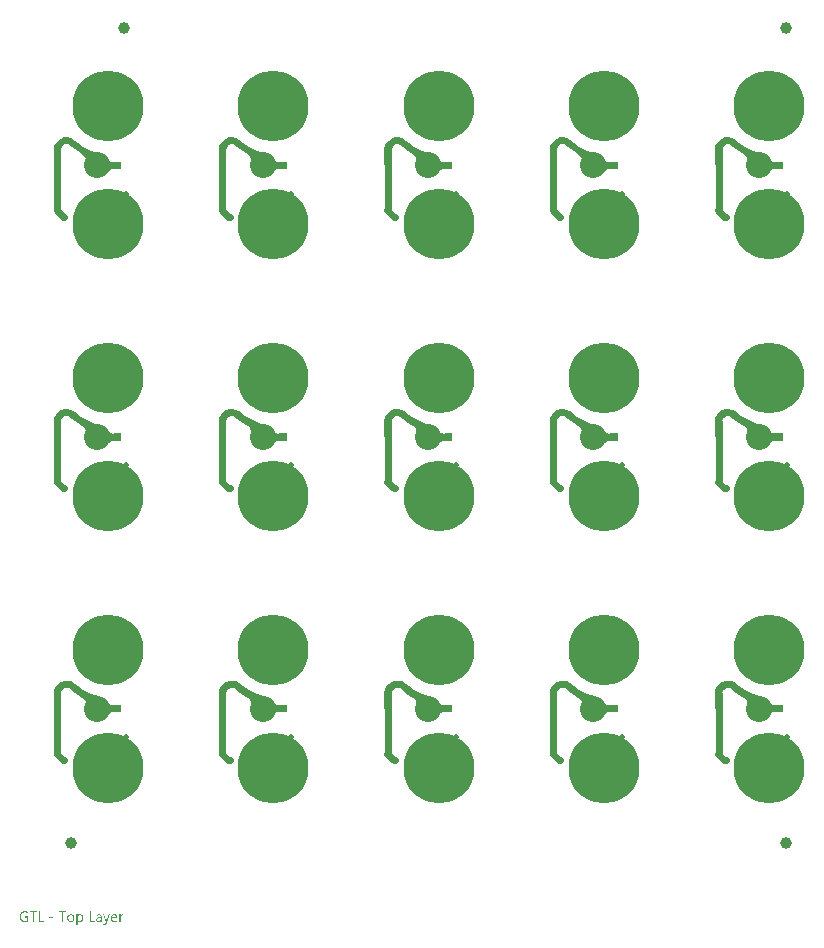
<source format=gtl>
G04*
G04 #@! TF.GenerationSoftware,Altium Limited,Altium Designer,22.11.1 (43)*
G04*
G04 Layer_Physical_Order=1*
G04 Layer_Color=255*
%FSLAX44Y44*%
%MOMM*%
G71*
G04*
G04 #@! TF.SameCoordinates,A5472EDE-B7E4-43DC-9BD9-ACA13087276E*
G04*
G04*
G04 #@! TF.FilePolarity,Positive*
G04*
G01*
G75*
%ADD10C,2.2000*%
%ADD11C,0.6000*%
%ADD12C,1.0000*%
%ADD13C,0.5000*%
%ADD14C,6.0000*%
G36*
X624761Y637194D02*
X627398Y635829D01*
X628557Y634896D01*
X628573Y634881D01*
X630606Y632966D01*
X635164Y629739D01*
X640126Y627176D01*
X645396Y625327D01*
X648134Y624778D01*
X649069Y624497D01*
X649069Y624497D01*
X650164Y624221D01*
X652236Y623331D01*
X654075Y622027D01*
X655601Y620367D01*
X656224Y619425D01*
X656595Y618794D01*
X657668Y617798D01*
X658981Y617150D01*
X660425Y616906D01*
X661151Y616996D01*
X667493Y616996D01*
X667493Y611004D01*
X660965Y611004D01*
X660259Y611066D01*
X658867Y610794D01*
X657606Y610146D01*
X656574Y609173D01*
X656214Y608563D01*
X656214Y608563D01*
X655914Y608119D01*
X636923Y610552D01*
X636751Y610947D01*
X636317Y613515D01*
X636516Y616111D01*
X636852Y617372D01*
X636915Y617563D01*
X637011Y617953D01*
X637075Y618349D01*
X637107Y618749D01*
X637107Y618950D01*
X637107Y619654D01*
X636719Y621007D01*
X635972Y622200D01*
X634926Y623141D01*
X634293Y623449D01*
X632977Y624182D01*
X630419Y625775D01*
X627972Y627532D01*
X625644Y629445D01*
X624529Y630458D01*
X623796Y631146D01*
X621913Y631848D01*
X619904Y631769D01*
X618082Y630921D01*
X617405Y630178D01*
X617070Y629831D01*
X616545Y629023D01*
X616183Y628129D01*
X615999Y627182D01*
X615999Y626700D01*
X615999Y626700D01*
X615999Y626700D01*
X615999Y626700D01*
X615999Y613232D01*
X610002Y614000D01*
X610002Y628505D01*
X610033Y628673D01*
X610393Y630117D01*
X611672Y632797D01*
X613613Y635044D01*
X616078Y636699D01*
X618893Y637645D01*
X621857Y637813D01*
X624761Y637194D01*
X624761Y637194D02*
G37*
G36*
X484760Y637194D02*
X487397Y635829D01*
X488556Y634896D01*
X488573Y634881D01*
X490605Y632966D01*
X495163Y629739D01*
X500125Y627176D01*
X505395Y625327D01*
X508133Y624778D01*
X509069Y624497D01*
X509069Y624497D01*
X510163Y624221D01*
X512235Y623331D01*
X514075Y622027D01*
X515600Y620367D01*
X516223Y619425D01*
X516594Y618794D01*
X517667Y617798D01*
X518980Y617150D01*
X520424Y616906D01*
X521151Y616996D01*
X527492Y616996D01*
X527492Y611004D01*
X520964Y611004D01*
X520258Y611066D01*
X518866Y610794D01*
X517605Y610146D01*
X516573Y609173D01*
X516213Y608563D01*
X516213Y608563D01*
X515913Y608119D01*
X496922Y610552D01*
X496750Y610947D01*
X496316Y613515D01*
X496516Y616111D01*
X496851Y617372D01*
X496914Y617563D01*
X497010Y617953D01*
X497074Y618349D01*
X497106Y618749D01*
X497106Y618950D01*
X497106Y619654D01*
X496718Y621007D01*
X495972Y622200D01*
X494925Y623141D01*
X494292Y623449D01*
X492976Y624182D01*
X490419Y625775D01*
X487971Y627532D01*
X485644Y629445D01*
X484528Y630458D01*
X483795Y631146D01*
X481912Y631848D01*
X479903Y631769D01*
X478081Y630921D01*
X477405Y630178D01*
X477070Y629831D01*
X476544Y629023D01*
X476183Y628129D01*
X475998Y627182D01*
X475998Y626700D01*
X475998Y626700D01*
X475998Y626700D01*
X475998Y626700D01*
X475998Y613232D01*
X470002Y614000D01*
X470002Y628505D01*
X470032Y628673D01*
X470393Y630117D01*
X471671Y632797D01*
X473612Y635044D01*
X476077Y636699D01*
X478892Y637645D01*
X481856Y637813D01*
X484760Y637194D01*
X484760Y637194D02*
G37*
G36*
X344760Y637194D02*
X347397Y635829D01*
X348556Y634896D01*
X348572Y634881D01*
X350605Y632966D01*
X355163Y629739D01*
X360125Y627176D01*
X365395Y625327D01*
X368133Y624778D01*
X369068Y624497D01*
X369068Y624497D01*
X370163Y624221D01*
X372235Y623331D01*
X374074Y622027D01*
X375600Y620367D01*
X376222Y619425D01*
X376594Y618794D01*
X377667Y617798D01*
X378980Y617150D01*
X380424Y616906D01*
X381150Y616996D01*
X387492Y616996D01*
X387492Y611004D01*
X380964Y611004D01*
X380257Y611066D01*
X378866Y610794D01*
X377605Y610146D01*
X376573Y609173D01*
X376213Y608563D01*
X376213Y608563D01*
X375913Y608119D01*
X356922Y610552D01*
X356750Y610947D01*
X356316Y613515D01*
X356515Y616111D01*
X356851Y617372D01*
X356914Y617563D01*
X357010Y617953D01*
X357074Y618349D01*
X357106Y618749D01*
X357106Y618950D01*
X357106Y619654D01*
X356718Y621007D01*
X355971Y622200D01*
X354925Y623141D01*
X354292Y623449D01*
X352976Y624182D01*
X350418Y625775D01*
X347971Y627532D01*
X345643Y629445D01*
X344528Y630458D01*
X343795Y631146D01*
X341912Y631848D01*
X339903Y631769D01*
X338081Y630921D01*
X337404Y630178D01*
X337069Y629831D01*
X336544Y629023D01*
X336182Y628129D01*
X335998Y627182D01*
X335998Y626700D01*
X335998Y626700D01*
X335998Y626700D01*
X335998Y626700D01*
X335998Y613232D01*
X330001Y614000D01*
X330001Y628505D01*
X330032Y628673D01*
X330392Y630117D01*
X331671Y632797D01*
X333611Y635044D01*
X336077Y636699D01*
X338891Y637645D01*
X341856Y637813D01*
X344760Y637194D01*
X344760Y637194D02*
G37*
G36*
X204759Y637194D02*
X207396Y635829D01*
X208555Y634896D01*
X208571Y634881D01*
X210604Y632966D01*
X215162Y629739D01*
X220124Y627176D01*
X225394Y625327D01*
X228132Y624778D01*
X229068Y624497D01*
X229067Y624497D01*
X230162Y624221D01*
X232234Y623331D01*
X234074Y622027D01*
X235599Y620367D01*
X236222Y619425D01*
X236593Y618794D01*
X237666Y617798D01*
X238979Y617150D01*
X240423Y616906D01*
X241150Y616996D01*
X247491Y616996D01*
X247491Y611004D01*
X240963Y611004D01*
X240257Y611066D01*
X238865Y610794D01*
X237604Y610146D01*
X236572Y609173D01*
X236212Y608563D01*
X236212Y608563D01*
X235912Y608119D01*
X216921Y610552D01*
X216749Y610947D01*
X216315Y613515D01*
X216515Y616111D01*
X216850Y617372D01*
X216913Y617563D01*
X217009Y617953D01*
X217073Y618349D01*
X217105Y618749D01*
X217105Y618950D01*
X217105Y619654D01*
X216717Y621007D01*
X215971Y622200D01*
X214924Y623141D01*
X214291Y623449D01*
X212975Y624182D01*
X210418Y625775D01*
X207970Y627532D01*
X205643Y629445D01*
X204527Y630458D01*
X203794Y631146D01*
X201911Y631848D01*
X199902Y631769D01*
X198080Y630921D01*
X197403Y630178D01*
X197068Y629831D01*
X196543Y629023D01*
X196182Y628129D01*
X195997Y627182D01*
X195997Y626700D01*
X195997Y626700D01*
X195997Y626700D01*
X195997Y626700D01*
X195997Y613232D01*
X190001Y614000D01*
X190001Y628505D01*
X190031Y628673D01*
X190392Y630117D01*
X191670Y632797D01*
X193611Y635044D01*
X196076Y636699D01*
X198891Y637645D01*
X201855Y637813D01*
X204759Y637194D01*
X204759Y637194D02*
G37*
G36*
X64759Y637194D02*
X67396Y635829D01*
X68555Y634896D01*
X68571Y634881D01*
X70603Y632966D01*
X75161Y629739D01*
X80124Y627176D01*
X85394Y625327D01*
X88132Y624778D01*
X89067Y624497D01*
X89067Y624497D01*
X90162Y624221D01*
X92234Y623331D01*
X94073Y622027D01*
X95598Y620367D01*
X96221Y619425D01*
X96593Y618794D01*
X97665Y617798D01*
X98979Y617150D01*
X100422Y616906D01*
X101149Y616996D01*
X107491Y616996D01*
X107491Y611004D01*
X100963Y611004D01*
X100256Y611066D01*
X98865Y610794D01*
X97603Y610146D01*
X96572Y609173D01*
X96211Y608563D01*
X96211Y608563D01*
X95912Y608119D01*
X76921Y610552D01*
X76749Y610947D01*
X76315Y613515D01*
X76514Y616111D01*
X76849Y617372D01*
X76913Y617563D01*
X77008Y617953D01*
X77073Y618349D01*
X77105Y618749D01*
X77105Y618950D01*
X77105Y619654D01*
X76716Y621007D01*
X75970Y622200D01*
X74924Y623141D01*
X74291Y623449D01*
X72974Y624182D01*
X70417Y625775D01*
X67969Y627532D01*
X65642Y629445D01*
X64527Y630458D01*
X63794Y631146D01*
X61910Y631848D01*
X59902Y631769D01*
X58080Y630921D01*
X57403Y630178D01*
X57068Y629831D01*
X56542Y629023D01*
X56181Y628129D01*
X55997Y627182D01*
X55997Y626700D01*
X55997Y626700D01*
X55997Y626700D01*
X55997Y626700D01*
X55997Y613232D01*
X50000Y614000D01*
X50000Y628505D01*
X50030Y628673D01*
X50391Y630117D01*
X51670Y632797D01*
X53610Y635044D01*
X56076Y636699D01*
X58890Y637645D01*
X61855Y637813D01*
X64759Y637194D01*
X64759Y637194D02*
G37*
G36*
X624761Y407194D02*
X627398Y405829D01*
X628557Y404896D01*
X628573Y404881D01*
X630606Y402966D01*
X635164Y399739D01*
X640126Y397176D01*
X645396Y395327D01*
X648134Y394778D01*
X649069Y394497D01*
X649069Y394497D01*
X650164Y394221D01*
X652236Y393331D01*
X654075Y392027D01*
X655601Y390367D01*
X656224Y389425D01*
X656595Y388794D01*
X657668Y387798D01*
X658981Y387150D01*
X660425Y386906D01*
X661151Y386996D01*
X667493Y386996D01*
X667493Y381004D01*
X660965Y381004D01*
X660259Y381066D01*
X658867Y380794D01*
X657606Y380146D01*
X656574Y379173D01*
X656214Y378563D01*
X656214Y378563D01*
X655914Y378119D01*
X636923Y380552D01*
X636751Y380946D01*
X636317Y383515D01*
X636516Y386111D01*
X636852Y387372D01*
X636915Y387563D01*
X637011Y387953D01*
X637075Y388349D01*
X637107Y388749D01*
X637107Y388950D01*
X637107Y389654D01*
X636719Y391007D01*
X635972Y392200D01*
X634926Y393141D01*
X634293Y393449D01*
X632977Y394182D01*
X630419Y395775D01*
X627972Y397532D01*
X625644Y399445D01*
X624529Y400458D01*
X623796Y401146D01*
X621913Y401848D01*
X619904Y401769D01*
X618082Y400921D01*
X617405Y400178D01*
X617070Y399831D01*
X616545Y399023D01*
X616183Y398129D01*
X615999Y397182D01*
X615999Y396700D01*
X615999Y396700D01*
X615999Y396700D01*
X615999Y396700D01*
X615999Y383232D01*
X610002Y384000D01*
X610002Y398505D01*
X610033Y398673D01*
X610393Y400117D01*
X611672Y402797D01*
X613613Y405044D01*
X616078Y406699D01*
X618893Y407645D01*
X621857Y407813D01*
X624761Y407194D01*
X624761Y407194D02*
G37*
G36*
X484760Y407194D02*
X487397Y405829D01*
X488556Y404896D01*
X488573Y404881D01*
X490605Y402966D01*
X495163Y399739D01*
X500125Y397176D01*
X505395Y395327D01*
X508133Y394778D01*
X509069Y394497D01*
X509069Y394497D01*
X510163Y394221D01*
X512235Y393331D01*
X514075Y392027D01*
X515600Y390367D01*
X516223Y389425D01*
X516594Y388794D01*
X517667Y387798D01*
X518980Y387150D01*
X520424Y386906D01*
X521151Y386996D01*
X527492Y386996D01*
X527492Y381004D01*
X520964Y381004D01*
X520258Y381066D01*
X518866Y380794D01*
X517605Y380146D01*
X516573Y379173D01*
X516213Y378563D01*
X516213Y378563D01*
X515913Y378119D01*
X496922Y380552D01*
X496750Y380946D01*
X496316Y383515D01*
X496516Y386111D01*
X496851Y387372D01*
X496914Y387563D01*
X497010Y387953D01*
X497074Y388349D01*
X497106Y388749D01*
X497106Y388950D01*
X497106Y389654D01*
X496718Y391007D01*
X495972Y392200D01*
X494925Y393141D01*
X494292Y393449D01*
X492976Y394182D01*
X490419Y395775D01*
X487971Y397532D01*
X485644Y399445D01*
X484528Y400458D01*
X483795Y401146D01*
X481912Y401848D01*
X479903Y401769D01*
X478081Y400921D01*
X477405Y400178D01*
X477070Y399831D01*
X476544Y399023D01*
X476183Y398129D01*
X475998Y397182D01*
X475998Y396700D01*
X475998Y396700D01*
X475998Y396700D01*
X475998Y396700D01*
X475998Y383232D01*
X470002Y384000D01*
X470002Y398505D01*
X470032Y398673D01*
X470393Y400117D01*
X471671Y402797D01*
X473612Y405044D01*
X476077Y406699D01*
X478892Y407645D01*
X481856Y407813D01*
X484760Y407194D01*
X484760Y407194D02*
G37*
G36*
X344760Y407194D02*
X347397Y405829D01*
X348556Y404896D01*
X348572Y404881D01*
X350605Y402966D01*
X355163Y399739D01*
X360125Y397176D01*
X365395Y395327D01*
X368133Y394778D01*
X369068Y394497D01*
X369068Y394497D01*
X370163Y394221D01*
X372235Y393331D01*
X374074Y392027D01*
X375600Y390367D01*
X376222Y389425D01*
X376594Y388794D01*
X377667Y387798D01*
X378980Y387150D01*
X380424Y386906D01*
X381150Y386996D01*
X387492Y386996D01*
X387492Y381004D01*
X380964Y381004D01*
X380257Y381066D01*
X378866Y380794D01*
X377605Y380146D01*
X376573Y379173D01*
X376213Y378563D01*
X376213Y378563D01*
X375913Y378119D01*
X356922Y380552D01*
X356750Y380946D01*
X356316Y383515D01*
X356515Y386111D01*
X356851Y387372D01*
X356914Y387563D01*
X357010Y387953D01*
X357074Y388349D01*
X357106Y388749D01*
X357106Y388950D01*
X357106Y389654D01*
X356718Y391007D01*
X355971Y392200D01*
X354925Y393141D01*
X354292Y393449D01*
X352976Y394182D01*
X350418Y395775D01*
X347971Y397532D01*
X345643Y399445D01*
X344528Y400458D01*
X343795Y401146D01*
X341912Y401848D01*
X339903Y401769D01*
X338081Y400921D01*
X337404Y400178D01*
X337069Y399831D01*
X336544Y399023D01*
X336182Y398129D01*
X335998Y397182D01*
X335998Y396700D01*
X335998Y396700D01*
X335998Y396700D01*
X335998Y396700D01*
X335998Y383232D01*
X330001Y384000D01*
X330001Y398505D01*
X330032Y398673D01*
X330392Y400117D01*
X331671Y402797D01*
X333611Y405044D01*
X336077Y406699D01*
X338891Y407645D01*
X341856Y407813D01*
X344760Y407194D01*
X344760Y407194D02*
G37*
G36*
X204759Y407194D02*
X207396Y405829D01*
X208555Y404896D01*
X208571Y404881D01*
X210604Y402966D01*
X215162Y399739D01*
X220124Y397176D01*
X225394Y395327D01*
X228132Y394778D01*
X229068Y394497D01*
X229067Y394497D01*
X230162Y394221D01*
X232234Y393331D01*
X234074Y392027D01*
X235599Y390367D01*
X236222Y389425D01*
X236593Y388794D01*
X237666Y387798D01*
X238979Y387150D01*
X240423Y386906D01*
X241150Y386996D01*
X247491Y386996D01*
X247491Y381004D01*
X240963Y381004D01*
X240257Y381066D01*
X238865Y380794D01*
X237604Y380146D01*
X236572Y379173D01*
X236212Y378563D01*
X236212Y378563D01*
X235912Y378119D01*
X216921Y380552D01*
X216749Y380946D01*
X216315Y383515D01*
X216515Y386111D01*
X216850Y387372D01*
X216913Y387563D01*
X217009Y387953D01*
X217073Y388349D01*
X217105Y388749D01*
X217105Y388950D01*
X217105Y389654D01*
X216717Y391007D01*
X215971Y392200D01*
X214924Y393141D01*
X214291Y393449D01*
X212975Y394182D01*
X210418Y395775D01*
X207970Y397532D01*
X205643Y399445D01*
X204527Y400458D01*
X203794Y401146D01*
X201911Y401848D01*
X199902Y401769D01*
X198080Y400921D01*
X197403Y400178D01*
X197068Y399831D01*
X196543Y399023D01*
X196182Y398129D01*
X195997Y397182D01*
X195997Y396700D01*
X195997Y396700D01*
X195997Y396700D01*
X195997Y396700D01*
X195997Y383232D01*
X190001Y384000D01*
X190001Y398505D01*
X190031Y398673D01*
X190392Y400117D01*
X191670Y402797D01*
X193611Y405044D01*
X196076Y406699D01*
X198891Y407645D01*
X201855Y407813D01*
X204759Y407194D01*
X204759Y407194D02*
G37*
G36*
X64759Y407194D02*
X67396Y405829D01*
X68555Y404896D01*
X68571Y404881D01*
X70603Y402966D01*
X75161Y399739D01*
X80124Y397176D01*
X85394Y395327D01*
X88132Y394778D01*
X89067Y394497D01*
X89067Y394497D01*
X90162Y394221D01*
X92234Y393331D01*
X94073Y392027D01*
X95598Y390367D01*
X96221Y389425D01*
X96593Y388794D01*
X97665Y387798D01*
X98979Y387150D01*
X100422Y386906D01*
X101149Y386996D01*
X107491Y386996D01*
X107491Y381004D01*
X100963Y381004D01*
X100256Y381066D01*
X98865Y380794D01*
X97603Y380146D01*
X96572Y379173D01*
X96211Y378563D01*
X96211Y378563D01*
X95912Y378119D01*
X76921Y380552D01*
X76749Y380946D01*
X76315Y383515D01*
X76514Y386111D01*
X76849Y387372D01*
X76913Y387563D01*
X77008Y387953D01*
X77073Y388349D01*
X77105Y388749D01*
X77105Y388950D01*
X77105Y389654D01*
X76716Y391007D01*
X75970Y392200D01*
X74924Y393141D01*
X74291Y393449D01*
X72974Y394182D01*
X70417Y395775D01*
X67969Y397532D01*
X65642Y399445D01*
X64527Y400458D01*
X63794Y401146D01*
X61910Y401848D01*
X59902Y401769D01*
X58080Y400921D01*
X57403Y400178D01*
X57068Y399831D01*
X56542Y399023D01*
X56181Y398129D01*
X55997Y397182D01*
X55997Y396700D01*
X55997Y396700D01*
X55997Y396700D01*
X55997Y396700D01*
X55997Y383232D01*
X50000Y384000D01*
X50000Y398505D01*
X50030Y398673D01*
X50391Y400117D01*
X51670Y402797D01*
X53610Y405044D01*
X56076Y406699D01*
X58890Y407645D01*
X61855Y407813D01*
X64759Y407194D01*
X64759Y407194D02*
G37*
G36*
X624761Y177194D02*
X627398Y175829D01*
X628557Y174896D01*
X628573Y174881D01*
X630606Y172966D01*
X635164Y169739D01*
X640126Y167176D01*
X645396Y165327D01*
X648134Y164778D01*
X649069Y164497D01*
X649069Y164496D01*
X650164Y164220D01*
X652236Y163331D01*
X654075Y162027D01*
X655601Y160366D01*
X656224Y159425D01*
X656595Y158794D01*
X657668Y157798D01*
X658981Y157150D01*
X660425Y156906D01*
X661151Y156996D01*
X667493Y156996D01*
X667493Y151004D01*
X660965Y151004D01*
X660259Y151066D01*
X658867Y150794D01*
X657606Y150146D01*
X656574Y149173D01*
X656214Y148563D01*
X656214Y148563D01*
X655914Y148119D01*
X636923Y150552D01*
X636751Y150946D01*
X636317Y153514D01*
X636516Y156111D01*
X636852Y157372D01*
X636915Y157563D01*
X637011Y157953D01*
X637075Y158349D01*
X637107Y158749D01*
X637107Y158950D01*
X637107Y159654D01*
X636719Y161007D01*
X635972Y162200D01*
X634926Y163141D01*
X634293Y163449D01*
X632977Y164182D01*
X630419Y165775D01*
X627972Y167532D01*
X625644Y169445D01*
X624529Y170458D01*
X623796Y171145D01*
X621913Y171848D01*
X619904Y171769D01*
X618082Y170921D01*
X617405Y170178D01*
X617070Y169831D01*
X616545Y169023D01*
X616183Y168129D01*
X615999Y167182D01*
X615999Y166700D01*
X615999Y166700D01*
X615999Y166700D01*
X615999Y166700D01*
X615999Y153232D01*
X610002Y154000D01*
X610002Y168505D01*
X610033Y168673D01*
X610393Y170117D01*
X611672Y172797D01*
X613613Y175044D01*
X616078Y176699D01*
X618893Y177645D01*
X621857Y177813D01*
X624761Y177194D01*
X624761Y177194D02*
G37*
G36*
X484760Y177194D02*
X487397Y175829D01*
X488556Y174896D01*
X488573Y174881D01*
X490605Y172966D01*
X495163Y169739D01*
X500125Y167176D01*
X505395Y165327D01*
X508133Y164778D01*
X509069Y164497D01*
X509069Y164496D01*
X510163Y164220D01*
X512235Y163331D01*
X514075Y162027D01*
X515600Y160366D01*
X516223Y159425D01*
X516594Y158794D01*
X517667Y157798D01*
X518980Y157150D01*
X520424Y156906D01*
X521151Y156996D01*
X527492Y156996D01*
X527492Y151004D01*
X520964Y151004D01*
X520258Y151066D01*
X518866Y150794D01*
X517605Y150146D01*
X516573Y149173D01*
X516213Y148563D01*
X516213Y148563D01*
X515913Y148119D01*
X496922Y150552D01*
X496750Y150946D01*
X496316Y153514D01*
X496516Y156111D01*
X496851Y157372D01*
X496914Y157563D01*
X497010Y157953D01*
X497074Y158349D01*
X497106Y158749D01*
X497106Y158950D01*
X497106Y159654D01*
X496718Y161007D01*
X495972Y162200D01*
X494925Y163141D01*
X494292Y163449D01*
X492976Y164182D01*
X490419Y165775D01*
X487971Y167532D01*
X485644Y169445D01*
X484528Y170458D01*
X483795Y171145D01*
X481912Y171848D01*
X479903Y171769D01*
X478081Y170921D01*
X477405Y170178D01*
X477070Y169831D01*
X476544Y169023D01*
X476183Y168129D01*
X475998Y167182D01*
X475998Y166700D01*
X475998Y166700D01*
X475998Y166700D01*
X475998Y166700D01*
X475998Y153232D01*
X470002Y154000D01*
X470002Y168505D01*
X470032Y168673D01*
X470393Y170117D01*
X471671Y172797D01*
X473612Y175044D01*
X476077Y176699D01*
X478892Y177645D01*
X481856Y177813D01*
X484760Y177194D01*
X484760Y177194D02*
G37*
G36*
X344760Y177194D02*
X347397Y175829D01*
X348556Y174896D01*
X348572Y174881D01*
X350605Y172966D01*
X355163Y169739D01*
X360125Y167176D01*
X365395Y165327D01*
X368133Y164778D01*
X369068Y164497D01*
X369068Y164496D01*
X370163Y164220D01*
X372235Y163331D01*
X374074Y162027D01*
X375600Y160366D01*
X376222Y159425D01*
X376594Y158794D01*
X377667Y157798D01*
X378980Y157150D01*
X380424Y156906D01*
X381150Y156996D01*
X387492Y156996D01*
X387492Y151004D01*
X380964Y151004D01*
X380257Y151066D01*
X378866Y150794D01*
X377605Y150146D01*
X376573Y149173D01*
X376213Y148563D01*
X376213Y148563D01*
X375913Y148119D01*
X356922Y150552D01*
X356750Y150946D01*
X356316Y153514D01*
X356515Y156111D01*
X356851Y157372D01*
X356914Y157563D01*
X357010Y157953D01*
X357074Y158349D01*
X357106Y158749D01*
X357106Y158950D01*
X357106Y159654D01*
X356718Y161007D01*
X355971Y162200D01*
X354925Y163141D01*
X354292Y163449D01*
X352976Y164182D01*
X350418Y165775D01*
X347971Y167532D01*
X345643Y169445D01*
X344528Y170458D01*
X343795Y171145D01*
X341912Y171848D01*
X339903Y171769D01*
X338081Y170921D01*
X337404Y170178D01*
X337069Y169831D01*
X336544Y169023D01*
X336182Y168129D01*
X335998Y167182D01*
X335998Y166700D01*
X335998Y166700D01*
X335998Y166700D01*
X335998Y166700D01*
X335998Y153232D01*
X330001Y154000D01*
X330001Y168505D01*
X330032Y168673D01*
X330392Y170117D01*
X331671Y172797D01*
X333611Y175044D01*
X336077Y176699D01*
X338891Y177645D01*
X341856Y177813D01*
X344760Y177194D01*
X344760Y177194D02*
G37*
G36*
X204759Y177194D02*
X207396Y175829D01*
X208555Y174896D01*
X208571Y174881D01*
X210604Y172966D01*
X215162Y169739D01*
X220124Y167176D01*
X225394Y165327D01*
X228132Y164778D01*
X229068Y164497D01*
X229067Y164496D01*
X230162Y164220D01*
X232234Y163331D01*
X234074Y162027D01*
X235599Y160366D01*
X236222Y159425D01*
X236593Y158794D01*
X237666Y157798D01*
X238979Y157150D01*
X240423Y156906D01*
X241150Y156996D01*
X247491Y156996D01*
X247491Y151004D01*
X240963Y151004D01*
X240257Y151066D01*
X238865Y150794D01*
X237604Y150146D01*
X236572Y149173D01*
X236212Y148563D01*
X236212Y148563D01*
X235912Y148119D01*
X216921Y150552D01*
X216749Y150946D01*
X216315Y153514D01*
X216515Y156111D01*
X216850Y157372D01*
X216913Y157563D01*
X217009Y157953D01*
X217073Y158349D01*
X217105Y158749D01*
X217105Y158950D01*
X217105Y159654D01*
X216717Y161007D01*
X215971Y162200D01*
X214924Y163141D01*
X214291Y163449D01*
X212975Y164182D01*
X210418Y165775D01*
X207970Y167532D01*
X205643Y169445D01*
X204527Y170458D01*
X203794Y171145D01*
X201911Y171848D01*
X199902Y171769D01*
X198080Y170921D01*
X197403Y170178D01*
X197068Y169831D01*
X196543Y169023D01*
X196182Y168129D01*
X195997Y167182D01*
X195997Y166700D01*
X195997Y166700D01*
X195997Y166700D01*
X195997Y166700D01*
X195997Y153232D01*
X190001Y154000D01*
X190001Y168505D01*
X190031Y168673D01*
X190392Y170117D01*
X191670Y172797D01*
X193611Y175044D01*
X196076Y176699D01*
X198891Y177645D01*
X201855Y177813D01*
X204759Y177194D01*
X204759Y177194D02*
G37*
G36*
X64759Y177194D02*
X67396Y175829D01*
X68555Y174896D01*
X68571Y174881D01*
X70603Y172966D01*
X75161Y169739D01*
X80124Y167176D01*
X85394Y165327D01*
X88132Y164778D01*
X89067Y164497D01*
X89067Y164496D01*
X90162Y164220D01*
X92234Y163331D01*
X94073Y162027D01*
X95598Y160366D01*
X96221Y159425D01*
X96593Y158794D01*
X97665Y157798D01*
X98979Y157150D01*
X100422Y156906D01*
X101149Y156996D01*
X107491Y156996D01*
X107491Y151004D01*
X100963Y151004D01*
X100256Y151066D01*
X98865Y150794D01*
X97603Y150146D01*
X96572Y149173D01*
X96211Y148563D01*
X96211Y148563D01*
X95912Y148119D01*
X76921Y150552D01*
X76749Y150946D01*
X76315Y153514D01*
X76514Y156111D01*
X76849Y157372D01*
X76913Y157563D01*
X77008Y157953D01*
X77073Y158349D01*
X77105Y158749D01*
X77105Y158950D01*
X77105Y159654D01*
X76716Y161007D01*
X75970Y162200D01*
X74924Y163141D01*
X74291Y163449D01*
X72974Y164182D01*
X70417Y165775D01*
X67969Y167532D01*
X65642Y169445D01*
X64527Y170458D01*
X63794Y171145D01*
X61910Y171848D01*
X59902Y171769D01*
X58080Y170921D01*
X57403Y170178D01*
X57068Y169831D01*
X56542Y169023D01*
X56181Y168129D01*
X55997Y167182D01*
X55997Y166700D01*
X55997Y166700D01*
X55997Y166700D01*
X55997Y166700D01*
X55997Y153232D01*
X50000Y154000D01*
X50000Y168505D01*
X50030Y168673D01*
X50391Y170117D01*
X51670Y172797D01*
X53610Y175044D01*
X56076Y176699D01*
X58890Y177645D01*
X61855Y177813D01*
X64759Y177194D01*
X64759Y177194D02*
G37*
G36*
X26144Y-17441D02*
X26270Y-17449D01*
X26419Y-17457D01*
X26576Y-17472D01*
X26756Y-17496D01*
X26945Y-17519D01*
X27141Y-17551D01*
X27345Y-17590D01*
X27549Y-17637D01*
X27753Y-17692D01*
X27957Y-17755D01*
X28161Y-17825D01*
X28349Y-17912D01*
X28349Y-19066D01*
X28334Y-19058D01*
X28302Y-19034D01*
X28240Y-19003D01*
X28161Y-18956D01*
X28051Y-18908D01*
X27926Y-18846D01*
X27784Y-18791D01*
X27620Y-18720D01*
X27447Y-18657D01*
X27251Y-18595D01*
X27039Y-18540D01*
X26811Y-18492D01*
X26568Y-18445D01*
X26317Y-18414D01*
X26058Y-18391D01*
X25783Y-18383D01*
X25720Y-18383D01*
X25642Y-18391D01*
X25532Y-18398D01*
X25406Y-18414D01*
X25257Y-18438D01*
X25092Y-18469D01*
X24912Y-18508D01*
X24723Y-18563D01*
X24527Y-18634D01*
X24323Y-18720D01*
X24111Y-18822D01*
X23907Y-18940D01*
X23711Y-19073D01*
X23515Y-19238D01*
X23326Y-19419D01*
X23319Y-19426D01*
X23287Y-19466D01*
X23240Y-19521D01*
X23177Y-19607D01*
X23107Y-19709D01*
X23020Y-19827D01*
X22934Y-19976D01*
X22848Y-20141D01*
X22761Y-20321D01*
X22675Y-20525D01*
X22589Y-20745D01*
X22518Y-20981D01*
X22455Y-21232D01*
X22408Y-21498D01*
X22377Y-21789D01*
X22369Y-22087D01*
X22369Y-22095D01*
X22369Y-22103D01*
X22369Y-22126D01*
X22369Y-22158D01*
X22369Y-22205D01*
X22377Y-22252D01*
X22385Y-22370D01*
X22392Y-22511D01*
X22416Y-22676D01*
X22439Y-22856D01*
X22479Y-23053D01*
X22526Y-23265D01*
X22589Y-23484D01*
X22659Y-23704D01*
X22746Y-23932D01*
X22848Y-24151D01*
X22965Y-24363D01*
X23099Y-24567D01*
X23256Y-24756D01*
X23264Y-24764D01*
X23295Y-24795D01*
X23350Y-24842D01*
X23421Y-24905D01*
X23507Y-24976D01*
X23617Y-25062D01*
X23742Y-25148D01*
X23891Y-25234D01*
X24056Y-25329D01*
X24237Y-25415D01*
X24433Y-25494D01*
X24653Y-25572D01*
X24880Y-25635D01*
X25132Y-25682D01*
X25391Y-25713D01*
X25673Y-25721D01*
X25775Y-25721D01*
X25846Y-25713D01*
X25940Y-25705D01*
X26042Y-25698D01*
X26160Y-25690D01*
X26293Y-25666D01*
X26427Y-25650D01*
X26576Y-25619D01*
X26874Y-25548D01*
X27031Y-25501D01*
X27180Y-25438D01*
X27329Y-25376D01*
X27478Y-25305D01*
X27478Y-22801D01*
X25524Y-22801D01*
X25524Y-21852D01*
X28530Y-21852D01*
X28530Y-25902D01*
X28514Y-25909D01*
X28467Y-25933D01*
X28397Y-25972D01*
X28295Y-26019D01*
X28169Y-26074D01*
X28020Y-26137D01*
X27847Y-26208D01*
X27651Y-26278D01*
X27439Y-26349D01*
X27204Y-26420D01*
X26960Y-26482D01*
X26701Y-26537D01*
X26427Y-26584D01*
X26136Y-26624D01*
X25846Y-26647D01*
X25540Y-26655D01*
X25453Y-26655D01*
X25414Y-26647D01*
X25359Y-26647D01*
X25296Y-26639D01*
X25226Y-26639D01*
X25061Y-26616D01*
X24873Y-26592D01*
X24669Y-26553D01*
X24441Y-26498D01*
X24198Y-26435D01*
X23946Y-26357D01*
X23688Y-26255D01*
X23428Y-26137D01*
X23169Y-25996D01*
X22918Y-25831D01*
X22675Y-25643D01*
X22447Y-25431D01*
X22432Y-25415D01*
X22400Y-25376D01*
X22338Y-25305D01*
X22267Y-25203D01*
X22173Y-25085D01*
X22078Y-24936D01*
X21969Y-24756D01*
X21859Y-24560D01*
X21749Y-24340D01*
X21639Y-24089D01*
X21545Y-23822D01*
X21451Y-23531D01*
X21380Y-23225D01*
X21317Y-22888D01*
X21286Y-22534D01*
X21270Y-22166D01*
X21270Y-22158D01*
X21270Y-22142D01*
X21270Y-22111D01*
X21270Y-22071D01*
X21278Y-22024D01*
X21278Y-21962D01*
X21286Y-21899D01*
X21294Y-21820D01*
X21302Y-21734D01*
X21309Y-21648D01*
X21341Y-21444D01*
X21380Y-21208D01*
X21435Y-20965D01*
X21505Y-20698D01*
X21592Y-20423D01*
X21694Y-20141D01*
X21820Y-19858D01*
X21976Y-19576D01*
X22149Y-19293D01*
X22353Y-19026D01*
X22581Y-18767D01*
X22596Y-18751D01*
X22644Y-18712D01*
X22714Y-18642D01*
X22816Y-18555D01*
X22950Y-18461D01*
X23099Y-18343D01*
X23279Y-18226D01*
X23491Y-18100D01*
X23719Y-17974D01*
X23970Y-17857D01*
X24237Y-17739D01*
X24535Y-17645D01*
X24849Y-17558D01*
X25179Y-17488D01*
X25532Y-17449D01*
X25901Y-17433D01*
X26042Y-17433D01*
X26144Y-17441D01*
X26144Y-17441D02*
G37*
G36*
X72733Y-19992D02*
X72820Y-20000D01*
X72922Y-20007D01*
X73039Y-20031D01*
X73173Y-20054D01*
X73322Y-20094D01*
X73471Y-20141D01*
X73628Y-20196D01*
X73785Y-20266D01*
X73950Y-20345D01*
X74107Y-20447D01*
X74256Y-20565D01*
X74405Y-20698D01*
X74538Y-20847D01*
X74546Y-20855D01*
X74570Y-20886D01*
X74601Y-20933D01*
X74648Y-21004D01*
X74696Y-21090D01*
X74758Y-21192D01*
X74821Y-21318D01*
X74884Y-21451D01*
X74947Y-21608D01*
X75009Y-21781D01*
X75072Y-21969D01*
X75119Y-22174D01*
X75166Y-22393D01*
X75198Y-22629D01*
X75221Y-22880D01*
X75229Y-23139D01*
X75229Y-23147D01*
X75229Y-23155D01*
X75229Y-23178D01*
X75229Y-23210D01*
X75221Y-23296D01*
X75213Y-23406D01*
X75206Y-23539D01*
X75190Y-23696D01*
X75166Y-23869D01*
X75135Y-24057D01*
X75088Y-24253D01*
X75041Y-24465D01*
X74978Y-24677D01*
X74900Y-24889D01*
X74813Y-25101D01*
X74711Y-25313D01*
X74586Y-25509D01*
X74452Y-25698D01*
X74444Y-25705D01*
X74413Y-25737D01*
X74374Y-25784D01*
X74311Y-25847D01*
X74232Y-25917D01*
X74138Y-26004D01*
X74021Y-26090D01*
X73895Y-26176D01*
X73754Y-26263D01*
X73589Y-26349D01*
X73416Y-26435D01*
X73228Y-26506D01*
X73024Y-26569D01*
X72804Y-26616D01*
X72568Y-26647D01*
X72325Y-26655D01*
X72270Y-26655D01*
X72207Y-26647D01*
X72121Y-26639D01*
X72019Y-26624D01*
X71901Y-26600D01*
X71768Y-26569D01*
X71619Y-26522D01*
X71470Y-26467D01*
X71313Y-26396D01*
X71156Y-26310D01*
X70991Y-26208D01*
X70834Y-26082D01*
X70685Y-25941D01*
X70544Y-25776D01*
X70410Y-25588D01*
X70387Y-25588D01*
X70387Y-29434D01*
X69366Y-29434D01*
X69366Y-20133D01*
X70387Y-20133D01*
X70387Y-21255D01*
X70410Y-21255D01*
X70418Y-21240D01*
X70449Y-21200D01*
X70489Y-21137D01*
X70551Y-21059D01*
X70630Y-20957D01*
X70724Y-20855D01*
X70842Y-20737D01*
X70967Y-20619D01*
X71116Y-20502D01*
X71281Y-20384D01*
X71462Y-20282D01*
X71658Y-20180D01*
X71870Y-20101D01*
X72105Y-20039D01*
X72349Y-20000D01*
X72616Y-19984D01*
X72671Y-19984D01*
X72733Y-19992D01*
X72733Y-19992D02*
G37*
G36*
X108523Y-20031D02*
X108609Y-20031D01*
X108703Y-20047D01*
X108806Y-20062D01*
X108908Y-20078D01*
X108994Y-20109D01*
X108994Y-21169D01*
X108978Y-21161D01*
X108947Y-21137D01*
X108884Y-21106D01*
X108798Y-21067D01*
X108680Y-21028D01*
X108554Y-20996D01*
X108397Y-20973D01*
X108217Y-20965D01*
X108154Y-20965D01*
X108107Y-20973D01*
X108052Y-20981D01*
X107989Y-20996D01*
X107840Y-21043D01*
X107754Y-21075D01*
X107668Y-21114D01*
X107573Y-21169D01*
X107479Y-21224D01*
X107393Y-21295D01*
X107299Y-21381D01*
X107212Y-21475D01*
X107126Y-21585D01*
X107118Y-21593D01*
X107110Y-21616D01*
X107087Y-21648D01*
X107055Y-21695D01*
X107024Y-21758D01*
X106985Y-21836D01*
X106945Y-21922D01*
X106906Y-22024D01*
X106867Y-22134D01*
X106828Y-22260D01*
X106788Y-22401D01*
X106757Y-22550D01*
X106726Y-22715D01*
X106702Y-22888D01*
X106694Y-23068D01*
X106686Y-23265D01*
X106686Y-26506D01*
X105666Y-26506D01*
X105666Y-20133D01*
X106686Y-20133D01*
X106686Y-21451D01*
X106710Y-21451D01*
X106710Y-21444D01*
X106718Y-21420D01*
X106734Y-21389D01*
X106749Y-21342D01*
X106773Y-21287D01*
X106804Y-21216D01*
X106875Y-21067D01*
X106969Y-20894D01*
X107087Y-20721D01*
X107220Y-20557D01*
X107377Y-20400D01*
X107385Y-20392D01*
X107401Y-20384D01*
X107424Y-20368D01*
X107456Y-20337D01*
X107495Y-20313D01*
X107550Y-20282D01*
X107668Y-20211D01*
X107817Y-20141D01*
X107989Y-20078D01*
X108178Y-20039D01*
X108280Y-20031D01*
X108382Y-20023D01*
X108444Y-20023D01*
X108523Y-20031D01*
X108523Y-20031D02*
G37*
G36*
X49894Y-23359D02*
X46495Y-23359D01*
X46495Y-22558D01*
X49894Y-22558D01*
X49894Y-23359D01*
X49894Y-23359D02*
G37*
G36*
X94976Y-27526D02*
X94976Y-27534D01*
X94968Y-27550D01*
X94953Y-27573D01*
X94937Y-27613D01*
X94921Y-27660D01*
X94898Y-27707D01*
X94835Y-27832D01*
X94749Y-27982D01*
X94655Y-28154D01*
X94537Y-28327D01*
X94403Y-28515D01*
X94254Y-28696D01*
X94089Y-28876D01*
X93909Y-29049D01*
X93713Y-29198D01*
X93501Y-29324D01*
X93391Y-29371D01*
X93273Y-29418D01*
X93155Y-29457D01*
X93030Y-29481D01*
X92904Y-29496D01*
X92771Y-29504D01*
X92708Y-29504D01*
X92630Y-29496D01*
X92535Y-29496D01*
X92433Y-29481D01*
X92324Y-29465D01*
X92206Y-29449D01*
X92104Y-29418D01*
X92104Y-28507D01*
X92119Y-28515D01*
X92159Y-28523D01*
X92221Y-28539D01*
X92300Y-28562D01*
X92394Y-28586D01*
X92496Y-28602D01*
X92606Y-28609D01*
X92708Y-28617D01*
X92739Y-28617D01*
X92779Y-28609D01*
X92834Y-28602D01*
X92896Y-28586D01*
X92975Y-28570D01*
X93053Y-28539D01*
X93148Y-28500D01*
X93234Y-28452D01*
X93336Y-28390D01*
X93430Y-28319D01*
X93524Y-28233D01*
X93618Y-28123D01*
X93713Y-28005D01*
X93791Y-27864D01*
X93870Y-27699D01*
X94380Y-26498D01*
X91892Y-20133D01*
X93022Y-20133D01*
X94749Y-25038D01*
X94749Y-25046D01*
X94756Y-25062D01*
X94764Y-25085D01*
X94780Y-25132D01*
X94796Y-25195D01*
X94811Y-25282D01*
X94843Y-25391D01*
X94874Y-25525D01*
X94914Y-25525D01*
X94914Y-25517D01*
X94921Y-25494D01*
X94929Y-25462D01*
X94945Y-25407D01*
X94961Y-25344D01*
X94976Y-25266D01*
X95008Y-25164D01*
X95039Y-25054D01*
X96852Y-20133D01*
X97904Y-20133D01*
X94976Y-27526D01*
X94976Y-27526D02*
G37*
G36*
X88760Y-19992D02*
X88815Y-19992D01*
X88870Y-20000D01*
X88941Y-20007D01*
X89019Y-20023D01*
X89184Y-20054D01*
X89380Y-20109D01*
X89577Y-20180D01*
X89788Y-20282D01*
X90000Y-20408D01*
X90102Y-20478D01*
X90204Y-20565D01*
X90299Y-20659D01*
X90393Y-20753D01*
X90479Y-20863D01*
X90557Y-20988D01*
X90636Y-21114D01*
X90707Y-21255D01*
X90762Y-21412D01*
X90816Y-21577D01*
X90856Y-21750D01*
X90887Y-21946D01*
X90903Y-22142D01*
X90911Y-22362D01*
X90911Y-26506D01*
X89890Y-26506D01*
X89890Y-25517D01*
X89867Y-25517D01*
X89859Y-25533D01*
X89836Y-25564D01*
X89796Y-25619D01*
X89741Y-25698D01*
X89671Y-25784D01*
X89584Y-25878D01*
X89490Y-25980D01*
X89372Y-26082D01*
X89239Y-26192D01*
X89098Y-26294D01*
X88933Y-26388D01*
X88760Y-26474D01*
X88564Y-26553D01*
X88360Y-26608D01*
X88140Y-26639D01*
X87905Y-26655D01*
X87810Y-26655D01*
X87748Y-26647D01*
X87669Y-26639D01*
X87575Y-26632D01*
X87473Y-26616D01*
X87363Y-26592D01*
X87120Y-26530D01*
X87002Y-26490D01*
X86876Y-26443D01*
X86751Y-26388D01*
X86633Y-26318D01*
X86523Y-26239D01*
X86413Y-26153D01*
X86406Y-26145D01*
X86390Y-26129D01*
X86366Y-26098D01*
X86327Y-26059D01*
X86288Y-26012D01*
X86249Y-25949D01*
X86194Y-25878D01*
X86147Y-25800D01*
X86100Y-25705D01*
X86052Y-25603D01*
X86005Y-25494D01*
X85966Y-25376D01*
X85927Y-25250D01*
X85903Y-25117D01*
X85888Y-24968D01*
X85880Y-24818D01*
X85880Y-24811D01*
X85880Y-24795D01*
X85880Y-24771D01*
X85888Y-24740D01*
X85888Y-24701D01*
X85896Y-24654D01*
X85911Y-24536D01*
X85943Y-24395D01*
X85990Y-24238D01*
X86052Y-24065D01*
X86147Y-23884D01*
X86257Y-23704D01*
X86390Y-23523D01*
X86476Y-23437D01*
X86563Y-23351D01*
X86665Y-23265D01*
X86767Y-23186D01*
X86884Y-23108D01*
X87010Y-23037D01*
X87143Y-22974D01*
X87292Y-22911D01*
X87450Y-22856D01*
X87614Y-22809D01*
X87795Y-22770D01*
X87983Y-22739D01*
X89890Y-22472D01*
X89890Y-22464D01*
X89890Y-22456D01*
X89890Y-22432D01*
X89890Y-22401D01*
X89882Y-22323D01*
X89867Y-22221D01*
X89851Y-22095D01*
X89820Y-21954D01*
X89781Y-21813D01*
X89726Y-21655D01*
X89655Y-21506D01*
X89569Y-21357D01*
X89467Y-21224D01*
X89341Y-21098D01*
X89184Y-20996D01*
X89011Y-20918D01*
X88917Y-20886D01*
X88807Y-20863D01*
X88697Y-20855D01*
X88580Y-20847D01*
X88525Y-20847D01*
X88470Y-20855D01*
X88384Y-20863D01*
X88281Y-20871D01*
X88164Y-20886D01*
X88030Y-20910D01*
X87889Y-20941D01*
X87732Y-20988D01*
X87567Y-21035D01*
X87395Y-21098D01*
X87214Y-21177D01*
X87034Y-21271D01*
X86853Y-21373D01*
X86672Y-21491D01*
X86500Y-21632D01*
X86500Y-20588D01*
X86508Y-20580D01*
X86539Y-20565D01*
X86594Y-20533D01*
X86665Y-20494D01*
X86759Y-20447D01*
X86861Y-20400D01*
X86986Y-20345D01*
X87128Y-20282D01*
X87277Y-20227D01*
X87442Y-20172D01*
X87622Y-20125D01*
X87810Y-20078D01*
X88015Y-20039D01*
X88219Y-20007D01*
X88438Y-19992D01*
X88666Y-19984D01*
X88721Y-19984D01*
X88760Y-19992D01*
X88760Y-19992D02*
G37*
G36*
X81539Y-25564D02*
X85126Y-25564D01*
X85126Y-26506D01*
X80496Y-26506D01*
X80496Y-17582D01*
X81539Y-17582D01*
X81539Y-25564D01*
X81539Y-25564D02*
G37*
G36*
X60631Y-18532D02*
X58057Y-18532D01*
X58057Y-26506D01*
X57013Y-26506D01*
X57013Y-18532D01*
X54438Y-18532D01*
X54438Y-17582D01*
X60631Y-17582D01*
X60631Y-18532D01*
X60631Y-18532D02*
G37*
G36*
X38325Y-25564D02*
X41912Y-25564D01*
X41912Y-26506D01*
X37281Y-26506D01*
X37281Y-17582D01*
X38325Y-17582D01*
X38325Y-25564D01*
X38325Y-25564D02*
G37*
G36*
X35876Y-18532D02*
X33302Y-18532D01*
X33302Y-26506D01*
X32258Y-26506D01*
X32258Y-18532D01*
X29684Y-18532D01*
X29684Y-17582D01*
X35876Y-17582D01*
X35876Y-18532D01*
X35876Y-18532D02*
G37*
G36*
X101624Y-19992D02*
X101710Y-20000D01*
X101820Y-20007D01*
X101938Y-20023D01*
X102071Y-20054D01*
X102213Y-20086D01*
X102370Y-20125D01*
X102527Y-20180D01*
X102684Y-20251D01*
X102848Y-20329D01*
X103005Y-20423D01*
X103154Y-20533D01*
X103304Y-20659D01*
X103437Y-20800D01*
X103445Y-20808D01*
X103469Y-20839D01*
X103500Y-20886D01*
X103547Y-20949D01*
X103594Y-21028D01*
X103657Y-21130D01*
X103720Y-21247D01*
X103782Y-21381D01*
X103845Y-21538D01*
X103908Y-21703D01*
X103971Y-21891D01*
X104018Y-22087D01*
X104065Y-22307D01*
X104096Y-22534D01*
X104120Y-22786D01*
X104128Y-23045D01*
X104128Y-23578D01*
X99623Y-23578D01*
X99623Y-23594D01*
X99623Y-23626D01*
X99630Y-23680D01*
X99638Y-23751D01*
X99646Y-23845D01*
X99662Y-23947D01*
X99678Y-24057D01*
X99709Y-24183D01*
X99780Y-24450D01*
X99827Y-24583D01*
X99882Y-24724D01*
X99944Y-24858D01*
X100015Y-24991D01*
X100101Y-25109D01*
X100196Y-25227D01*
X100204Y-25234D01*
X100219Y-25250D01*
X100251Y-25282D01*
X100298Y-25313D01*
X100353Y-25360D01*
X100423Y-25407D01*
X100502Y-25462D01*
X100588Y-25509D01*
X100690Y-25564D01*
X100808Y-25619D01*
X100926Y-25666D01*
X101067Y-25713D01*
X101208Y-25745D01*
X101365Y-25776D01*
X101530Y-25792D01*
X101702Y-25800D01*
X101750Y-25800D01*
X101805Y-25792D01*
X101883Y-25792D01*
X101977Y-25776D01*
X102087Y-25760D01*
X102213Y-25737D01*
X102354Y-25713D01*
X102503Y-25674D01*
X102660Y-25627D01*
X102825Y-25572D01*
X102990Y-25501D01*
X103162Y-25423D01*
X103335Y-25329D01*
X103508Y-25219D01*
X103680Y-25093D01*
X103680Y-26051D01*
X103673Y-26059D01*
X103641Y-26074D01*
X103594Y-26106D01*
X103531Y-26145D01*
X103445Y-26192D01*
X103343Y-26239D01*
X103225Y-26294D01*
X103092Y-26349D01*
X102935Y-26412D01*
X102770Y-26467D01*
X102589Y-26514D01*
X102393Y-26561D01*
X102181Y-26600D01*
X101954Y-26632D01*
X101710Y-26647D01*
X101459Y-26655D01*
X101396Y-26655D01*
X101334Y-26647D01*
X101240Y-26639D01*
X101122Y-26632D01*
X100988Y-26608D01*
X100847Y-26584D01*
X100690Y-26545D01*
X100525Y-26498D01*
X100353Y-26443D01*
X100172Y-26372D01*
X99999Y-26294D01*
X99819Y-26192D01*
X99654Y-26074D01*
X99489Y-25941D01*
X99340Y-25792D01*
X99332Y-25784D01*
X99309Y-25752D01*
X99270Y-25698D01*
X99222Y-25627D01*
X99160Y-25541D01*
X99097Y-25431D01*
X99026Y-25305D01*
X98955Y-25156D01*
X98885Y-24999D01*
X98814Y-24811D01*
X98751Y-24614D01*
X98689Y-24395D01*
X98642Y-24159D01*
X98602Y-23908D01*
X98579Y-23633D01*
X98571Y-23351D01*
X98571Y-23343D01*
X98571Y-23335D01*
X98571Y-23312D01*
X98571Y-23288D01*
X98579Y-23210D01*
X98587Y-23100D01*
X98595Y-22974D01*
X98618Y-22833D01*
X98642Y-22668D01*
X98673Y-22487D01*
X98720Y-22299D01*
X98775Y-22103D01*
X98846Y-21899D01*
X98924Y-21695D01*
X99018Y-21498D01*
X99136Y-21295D01*
X99262Y-21106D01*
X99411Y-20926D01*
X99419Y-20918D01*
X99450Y-20886D01*
X99497Y-20839D01*
X99560Y-20777D01*
X99646Y-20706D01*
X99748Y-20627D01*
X99858Y-20541D01*
X99992Y-20455D01*
X100133Y-20368D01*
X100298Y-20282D01*
X100470Y-20203D01*
X100651Y-20133D01*
X100847Y-20070D01*
X101059Y-20023D01*
X101279Y-19992D01*
X101506Y-19984D01*
X101561Y-19984D01*
X101624Y-19992D01*
X101624Y-19992D02*
G37*
G36*
X64845Y-19992D02*
X64948Y-20000D01*
X65065Y-20007D01*
X65206Y-20031D01*
X65356Y-20054D01*
X65521Y-20094D01*
X65701Y-20141D01*
X65882Y-20196D01*
X66062Y-20266D01*
X66250Y-20353D01*
X66431Y-20455D01*
X66611Y-20572D01*
X66776Y-20706D01*
X66933Y-20863D01*
X66941Y-20871D01*
X66965Y-20902D01*
X67004Y-20957D01*
X67059Y-21028D01*
X67122Y-21114D01*
X67184Y-21224D01*
X67263Y-21349D01*
X67333Y-21498D01*
X67412Y-21663D01*
X67483Y-21844D01*
X67545Y-22040D01*
X67608Y-22260D01*
X67663Y-22495D01*
X67702Y-22747D01*
X67726Y-23013D01*
X67734Y-23296D01*
X67734Y-23304D01*
X67734Y-23312D01*
X67734Y-23335D01*
X67734Y-23366D01*
X67726Y-23445D01*
X67718Y-23547D01*
X67710Y-23680D01*
X67687Y-23830D01*
X67663Y-23994D01*
X67624Y-24175D01*
X67577Y-24363D01*
X67522Y-24567D01*
X67451Y-24771D01*
X67373Y-24976D01*
X67271Y-25180D01*
X67153Y-25376D01*
X67020Y-25564D01*
X66870Y-25745D01*
X66863Y-25752D01*
X66831Y-25784D01*
X66784Y-25831D01*
X66714Y-25886D01*
X66627Y-25956D01*
X66525Y-26035D01*
X66399Y-26114D01*
X66258Y-26200D01*
X66101Y-26286D01*
X65929Y-26365D01*
X65740Y-26443D01*
X65536Y-26514D01*
X65309Y-26569D01*
X65073Y-26616D01*
X64830Y-26647D01*
X64563Y-26655D01*
X64500Y-26655D01*
X64429Y-26647D01*
X64328Y-26639D01*
X64210Y-26632D01*
X64068Y-26608D01*
X63919Y-26584D01*
X63755Y-26545D01*
X63574Y-26498D01*
X63394Y-26435D01*
X63205Y-26365D01*
X63017Y-26278D01*
X62828Y-26176D01*
X62640Y-26059D01*
X62467Y-25925D01*
X62303Y-25768D01*
X62295Y-25760D01*
X62263Y-25729D01*
X62224Y-25674D01*
X62169Y-25603D01*
X62106Y-25517D01*
X62036Y-25407D01*
X61965Y-25282D01*
X61887Y-25132D01*
X61808Y-24976D01*
X61730Y-24795D01*
X61659Y-24599D01*
X61596Y-24387D01*
X61541Y-24167D01*
X61502Y-23924D01*
X61471Y-23665D01*
X61463Y-23398D01*
X61463Y-23390D01*
X61463Y-23382D01*
X61463Y-23359D01*
X61463Y-23327D01*
X61471Y-23241D01*
X61479Y-23131D01*
X61486Y-22998D01*
X61510Y-22841D01*
X61533Y-22668D01*
X61573Y-22480D01*
X61620Y-22283D01*
X61675Y-22079D01*
X61745Y-21867D01*
X61832Y-21655D01*
X61934Y-21451D01*
X62044Y-21255D01*
X62177Y-21067D01*
X62334Y-20886D01*
X62342Y-20879D01*
X62373Y-20847D01*
X62428Y-20800D01*
X62499Y-20745D01*
X62585Y-20674D01*
X62695Y-20604D01*
X62821Y-20517D01*
X62962Y-20431D01*
X63119Y-20353D01*
X63299Y-20266D01*
X63496Y-20196D01*
X63707Y-20125D01*
X63935Y-20070D01*
X64178Y-20023D01*
X64437Y-19992D01*
X64712Y-19984D01*
X64775Y-19984D01*
X64845Y-19992D01*
X64845Y-19992D02*
G37*
%LPC*%
G36*
X72365Y-20847D02*
X72278Y-20847D01*
X72215Y-20855D01*
X72137Y-20863D01*
X72050Y-20879D01*
X71956Y-20902D01*
X71846Y-20926D01*
X71737Y-20957D01*
X71619Y-20996D01*
X71501Y-21051D01*
X71383Y-21106D01*
X71266Y-21177D01*
X71148Y-21263D01*
X71030Y-21357D01*
X70928Y-21467D01*
X70920Y-21475D01*
X70905Y-21498D01*
X70881Y-21530D01*
X70842Y-21577D01*
X70803Y-21640D01*
X70756Y-21710D01*
X70708Y-21797D01*
X70661Y-21891D01*
X70606Y-22001D01*
X70559Y-22119D01*
X70512Y-22244D01*
X70473Y-22385D01*
X70434Y-22534D01*
X70410Y-22684D01*
X70395Y-22848D01*
X70387Y-23021D01*
X70387Y-23908D01*
X70387Y-23916D01*
X70387Y-23939D01*
X70387Y-23986D01*
X70395Y-24042D01*
X70402Y-24112D01*
X70410Y-24191D01*
X70426Y-24277D01*
X70449Y-24371D01*
X70512Y-24583D01*
X70551Y-24693D01*
X70599Y-24811D01*
X70661Y-24920D01*
X70732Y-25038D01*
X70810Y-25148D01*
X70897Y-25250D01*
X70905Y-25258D01*
X70920Y-25274D01*
X70952Y-25297D01*
X70991Y-25336D01*
X71038Y-25376D01*
X71101Y-25423D01*
X71171Y-25470D01*
X71258Y-25525D01*
X71344Y-25572D01*
X71446Y-25627D01*
X71556Y-25674D01*
X71666Y-25713D01*
X71792Y-25752D01*
X71925Y-25776D01*
X72066Y-25792D01*
X72207Y-25800D01*
X72247Y-25800D01*
X72294Y-25792D01*
X72365Y-25792D01*
X72435Y-25776D01*
X72529Y-25760D01*
X72631Y-25737D01*
X72733Y-25713D01*
X72851Y-25674D01*
X72969Y-25627D01*
X73087Y-25572D01*
X73212Y-25501D01*
X73330Y-25423D01*
X73448Y-25329D01*
X73558Y-25219D01*
X73660Y-25093D01*
X73667Y-25085D01*
X73683Y-25062D01*
X73707Y-25023D01*
X73746Y-24960D01*
X73785Y-24889D01*
X73824Y-24803D01*
X73871Y-24693D01*
X73926Y-24575D01*
X73973Y-24442D01*
X74021Y-24293D01*
X74060Y-24136D01*
X74107Y-23955D01*
X74138Y-23767D01*
X74162Y-23563D01*
X74177Y-23343D01*
X74185Y-23115D01*
X74185Y-23100D01*
X74185Y-23068D01*
X74185Y-23013D01*
X74177Y-22943D01*
X74170Y-22848D01*
X74162Y-22747D01*
X74146Y-22637D01*
X74123Y-22511D01*
X74068Y-22244D01*
X74028Y-22103D01*
X73973Y-21969D01*
X73918Y-21828D01*
X73856Y-21695D01*
X73777Y-21569D01*
X73691Y-21451D01*
X73683Y-21444D01*
X73667Y-21428D01*
X73644Y-21397D01*
X73605Y-21357D01*
X73550Y-21310D01*
X73495Y-21263D01*
X73424Y-21208D01*
X73345Y-21145D01*
X73251Y-21090D01*
X73157Y-21035D01*
X73047Y-20988D01*
X72930Y-20941D01*
X72796Y-20902D01*
X72663Y-20871D01*
X72521Y-20855D01*
X72365Y-20847D01*
X72365Y-20847D02*
G37*
G36*
X89890Y-23288D02*
X88352Y-23500D01*
X88344Y-23500D01*
X88321Y-23508D01*
X88281Y-23508D01*
X88234Y-23516D01*
X88179Y-23531D01*
X88109Y-23547D01*
X87952Y-23578D01*
X87779Y-23626D01*
X87606Y-23688D01*
X87434Y-23767D01*
X87355Y-23806D01*
X87285Y-23853D01*
X87269Y-23869D01*
X87230Y-23900D01*
X87167Y-23963D01*
X87104Y-24057D01*
X87041Y-24183D01*
X87010Y-24253D01*
X86979Y-24332D01*
X86955Y-24418D01*
X86939Y-24520D01*
X86931Y-24622D01*
X86924Y-24740D01*
X86924Y-24748D01*
X86924Y-24764D01*
X86924Y-24787D01*
X86931Y-24818D01*
X86939Y-24905D01*
X86963Y-25015D01*
X87002Y-25132D01*
X87065Y-25266D01*
X87143Y-25391D01*
X87253Y-25509D01*
X87261Y-25509D01*
X87269Y-25525D01*
X87316Y-25556D01*
X87387Y-25603D01*
X87489Y-25650D01*
X87622Y-25705D01*
X87771Y-25752D01*
X87952Y-25784D01*
X88148Y-25800D01*
X88219Y-25800D01*
X88274Y-25792D01*
X88336Y-25784D01*
X88415Y-25768D01*
X88493Y-25752D01*
X88588Y-25729D01*
X88784Y-25666D01*
X88886Y-25627D01*
X88996Y-25572D01*
X89098Y-25509D01*
X89200Y-25438D01*
X89302Y-25360D01*
X89396Y-25266D01*
X89404Y-25258D01*
X89419Y-25242D01*
X89443Y-25211D01*
X89474Y-25172D01*
X89514Y-25117D01*
X89553Y-25054D01*
X89600Y-24983D01*
X89647Y-24897D01*
X89686Y-24803D01*
X89733Y-24701D01*
X89773Y-24591D01*
X89812Y-24473D01*
X89843Y-24348D01*
X89867Y-24214D01*
X89882Y-24073D01*
X89890Y-23924D01*
X89890Y-23288D01*
X89890Y-23288D02*
G37*
G36*
X101491Y-20847D02*
X101420Y-20847D01*
X101373Y-20855D01*
X101310Y-20863D01*
X101232Y-20871D01*
X101153Y-20886D01*
X101067Y-20910D01*
X100871Y-20973D01*
X100769Y-21012D01*
X100667Y-21067D01*
X100564Y-21122D01*
X100455Y-21192D01*
X100360Y-21271D01*
X100258Y-21365D01*
X100251Y-21373D01*
X100235Y-21389D01*
X100211Y-21420D01*
X100180Y-21459D01*
X100141Y-21514D01*
X100094Y-21569D01*
X100047Y-21648D01*
X99992Y-21726D01*
X99937Y-21820D01*
X99889Y-21922D01*
X99835Y-22032D01*
X99788Y-22150D01*
X99740Y-22283D01*
X99701Y-22417D01*
X99662Y-22566D01*
X99638Y-22715D01*
X103084Y-22715D01*
X103084Y-22707D01*
X103084Y-22676D01*
X103084Y-22629D01*
X103076Y-22566D01*
X103068Y-22495D01*
X103060Y-22409D01*
X103045Y-22315D01*
X103029Y-22213D01*
X102974Y-21993D01*
X102895Y-21758D01*
X102848Y-21648D01*
X102794Y-21538D01*
X102731Y-21436D01*
X102652Y-21342D01*
X102644Y-21334D01*
X102636Y-21318D01*
X102613Y-21295D01*
X102574Y-21263D01*
X102535Y-21224D01*
X102480Y-21185D01*
X102425Y-21137D01*
X102354Y-21090D01*
X102275Y-21051D01*
X102189Y-21004D01*
X102087Y-20965D01*
X101985Y-20926D01*
X101875Y-20894D01*
X101757Y-20871D01*
X101624Y-20855D01*
X101491Y-20847D01*
X101491Y-20847D02*
G37*
G36*
X64634Y-20847D02*
X64594Y-20847D01*
X64539Y-20855D01*
X64469Y-20855D01*
X64390Y-20871D01*
X64296Y-20879D01*
X64186Y-20902D01*
X64068Y-20933D01*
X63951Y-20965D01*
X63825Y-21012D01*
X63692Y-21067D01*
X63566Y-21130D01*
X63433Y-21208D01*
X63307Y-21295D01*
X63190Y-21397D01*
X63080Y-21514D01*
X63072Y-21522D01*
X63056Y-21546D01*
X63025Y-21585D01*
X62993Y-21640D01*
X62946Y-21703D01*
X62899Y-21789D01*
X62844Y-21883D01*
X62797Y-21993D01*
X62742Y-22119D01*
X62687Y-22260D01*
X62640Y-22409D01*
X62593Y-22574D01*
X62562Y-22754D01*
X62530Y-22943D01*
X62515Y-23147D01*
X62507Y-23359D01*
X62507Y-23374D01*
X62507Y-23406D01*
X62515Y-23468D01*
X62515Y-23547D01*
X62522Y-23641D01*
X62538Y-23751D01*
X62554Y-23877D01*
X62577Y-24010D01*
X62609Y-24151D01*
X62648Y-24293D01*
X62695Y-24442D01*
X62750Y-24591D01*
X62813Y-24740D01*
X62891Y-24881D01*
X62977Y-25023D01*
X63080Y-25148D01*
X63087Y-25156D01*
X63103Y-25180D01*
X63142Y-25211D01*
X63190Y-25250D01*
X63244Y-25297D01*
X63315Y-25352D01*
X63401Y-25415D01*
X63496Y-25470D01*
X63598Y-25533D01*
X63715Y-25596D01*
X63841Y-25650D01*
X63982Y-25698D01*
X64131Y-25737D01*
X64288Y-25768D01*
X64453Y-25792D01*
X64634Y-25800D01*
X64681Y-25800D01*
X64728Y-25792D01*
X64798Y-25792D01*
X64877Y-25776D01*
X64971Y-25768D01*
X65081Y-25745D01*
X65199Y-25721D01*
X65316Y-25690D01*
X65442Y-25643D01*
X65568Y-25596D01*
X65693Y-25533D01*
X65819Y-25462D01*
X65936Y-25376D01*
X66054Y-25274D01*
X66156Y-25164D01*
X66164Y-25156D01*
X66180Y-25132D01*
X66203Y-25093D01*
X66243Y-25046D01*
X66282Y-24976D01*
X66329Y-24897D01*
X66376Y-24803D01*
X66423Y-24693D01*
X66470Y-24567D01*
X66525Y-24434D01*
X66564Y-24285D01*
X66604Y-24120D01*
X66643Y-23947D01*
X66666Y-23751D01*
X66682Y-23547D01*
X66690Y-23335D01*
X66690Y-23319D01*
X66690Y-23280D01*
X66690Y-23217D01*
X66682Y-23139D01*
X66674Y-23037D01*
X66659Y-22927D01*
X66643Y-22794D01*
X66627Y-22660D01*
X66557Y-22362D01*
X66517Y-22213D01*
X66462Y-22056D01*
X66407Y-21907D01*
X66329Y-21765D01*
X66250Y-21624D01*
X66156Y-21498D01*
X66148Y-21491D01*
X66133Y-21467D01*
X66101Y-21436D01*
X66054Y-21397D01*
X65999Y-21349D01*
X65936Y-21295D01*
X65858Y-21232D01*
X65764Y-21169D01*
X65662Y-21114D01*
X65552Y-21051D01*
X65426Y-20996D01*
X65293Y-20949D01*
X65144Y-20910D01*
X64987Y-20879D01*
X64814Y-20855D01*
X64634Y-20847D01*
X64634Y-20847D02*
G37*
%LPD*%
D10*
X87001Y154001D02*
D03*
X227002Y154001D02*
D03*
X367002Y154001D02*
D03*
X507003Y154001D02*
D03*
X647004Y154001D02*
D03*
X647004Y384001D02*
D03*
X507003Y384001D02*
D03*
X367002Y384001D02*
D03*
X227002Y384001D02*
D03*
X87001Y384001D02*
D03*
X227002Y614001D02*
D03*
X367002Y614001D02*
D03*
X507003Y614001D02*
D03*
X647004Y614001D02*
D03*
X87001Y614001D02*
D03*
D11*
X52589Y115887D02*
X57964Y110512D01*
X59070Y110512D01*
X53001Y115887D02*
X53001Y166809D01*
X192589Y115887D02*
X197965Y110512D01*
X199071Y110512D01*
X193001Y115887D02*
X193001Y166809D01*
X332590Y115887D02*
X337965Y110512D01*
X339072Y110512D01*
X333002Y115887D02*
X333002Y166809D01*
X472590Y115887D02*
X477966Y110512D01*
X479072Y110512D01*
X473002Y115887D02*
X473002Y166809D01*
X612591Y115887D02*
X617966Y110512D01*
X619073Y110512D01*
X613003Y115887D02*
X613003Y166809D01*
X617966Y340512D02*
X619073Y340512D01*
X617966Y340512D02*
X612591Y345887D01*
X613003Y345887D02*
X613003Y396809D01*
X473002Y396809D02*
X473002Y345887D01*
X472590Y345887D02*
X477966Y340512D01*
X479072Y340512D01*
X333002Y396809D02*
X333002Y345887D01*
X332590Y345887D02*
X337965Y340512D01*
X339072Y340512D01*
X193001Y396809D02*
X193001Y345887D01*
X192589Y345887D02*
X197965Y340512D01*
X199071Y340512D01*
X53001Y396809D02*
X53001Y345887D01*
X52589Y345887D02*
X57964Y340512D01*
X59070Y340512D01*
X197965Y570512D02*
X199071Y570512D01*
X197965Y570512D02*
X192589Y575887D01*
X193001Y575887D02*
X193001Y626809D01*
X337965Y570512D02*
X339072Y570512D01*
X337965Y570512D02*
X332590Y575887D01*
X333002Y575887D02*
X333002Y626809D01*
X477966Y570512D02*
X479072Y570512D01*
X477966Y570512D02*
X472590Y575887D01*
X473002Y575887D02*
X473002Y626809D01*
X617966Y570512D02*
X619073Y570512D01*
X617966Y570512D02*
X612591Y575887D01*
X613003Y575887D02*
X613003Y626809D01*
X53001Y626809D02*
X53001Y575887D01*
X52589Y575887D02*
X57964Y570512D01*
X59070Y570512D01*
D12*
X65000Y40000D02*
D03*
X670000Y40000D02*
D03*
X670000Y730000D02*
D03*
X110000Y730000D02*
D03*
D13*
X59070Y110512D02*
D03*
X111001Y130000D02*
D03*
X199071Y110512D02*
D03*
X251001Y130000D02*
D03*
X339072Y110512D02*
D03*
X391002Y130000D02*
D03*
X479072Y110512D02*
D03*
X531002Y130000D02*
D03*
X619073Y110512D02*
D03*
X671003Y130000D02*
D03*
X619073Y340512D02*
D03*
X671003Y360000D02*
D03*
X531002Y360000D02*
D03*
X479072Y340512D02*
D03*
X391002Y360000D02*
D03*
X339072Y340512D02*
D03*
X251001Y360000D02*
D03*
X199071Y340512D02*
D03*
X111001Y360000D02*
D03*
X59070Y340512D02*
D03*
X199071Y570512D02*
D03*
X251001Y590000D02*
D03*
X339072Y570512D02*
D03*
X391002Y590000D02*
D03*
X479072Y570512D02*
D03*
X531002Y590000D02*
D03*
X619073Y570512D02*
D03*
X671003Y590000D02*
D03*
X111001Y590000D02*
D03*
X59070Y570512D02*
D03*
D14*
X96000Y104000D02*
D03*
X96001Y204000D02*
D03*
X236001Y104000D02*
D03*
X236001Y204000D02*
D03*
X376002Y104000D02*
D03*
X376002Y204000D02*
D03*
X516002Y104000D02*
D03*
X516002Y204000D02*
D03*
X656003Y104000D02*
D03*
X656003Y204000D02*
D03*
X656003Y334000D02*
D03*
X656003Y434000D02*
D03*
X656003Y564000D02*
D03*
X656003Y664000D02*
D03*
X516002Y664000D02*
D03*
X516002Y564000D02*
D03*
X516002Y434000D02*
D03*
X516002Y334000D02*
D03*
X376002Y434000D02*
D03*
X376002Y334000D02*
D03*
X236001Y434000D02*
D03*
X236001Y334000D02*
D03*
X96001Y434000D02*
D03*
X96000Y334000D02*
D03*
X236001Y564000D02*
D03*
X236001Y664000D02*
D03*
X376002Y564000D02*
D03*
X376002Y664000D02*
D03*
X96001Y664000D02*
D03*
X96000Y564000D02*
D03*
M02*

</source>
